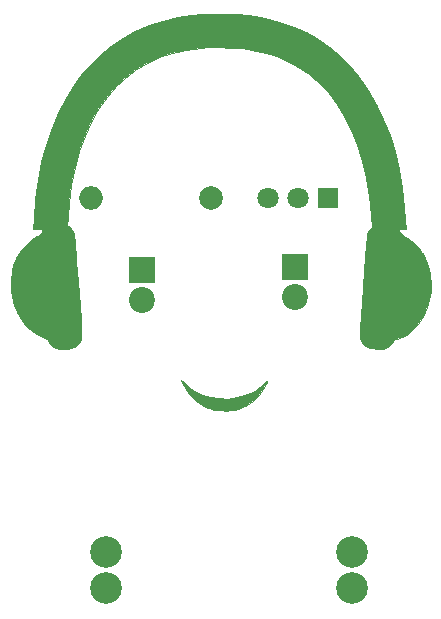
<source format=gbr>
G04 #@! TF.FileFunction,Soldermask,Top*
%FSLAX46Y46*%
G04 Gerber Fmt 4.6, Leading zero omitted, Abs format (unit mm)*
G04 Created by KiCad (PCBNEW 4.0.7) date 09/18/18 22:56:12*
%MOMM*%
%LPD*%
G01*
G04 APERTURE LIST*
%ADD10C,0.100000*%
%ADD11C,0.010000*%
%ADD12C,2.686000*%
%ADD13R,2.200000X2.200000*%
%ADD14C,2.200000*%
%ADD15C,2.000000*%
%ADD16O,2.000000X2.000000*%
%ADD17R,1.797000X1.797000*%
%ADD18C,1.797000*%
G04 APERTURE END LIST*
D10*
D11*
G36*
X68357450Y-81441261D02*
X68851418Y-81443723D01*
X69254414Y-81448876D01*
X69584451Y-81457578D01*
X69859541Y-81470688D01*
X70097698Y-81489063D01*
X70316934Y-81513563D01*
X70535261Y-81545046D01*
X70770691Y-81584369D01*
X70770750Y-81584380D01*
X71967787Y-81830514D01*
X73072516Y-82138699D01*
X74107585Y-82517000D01*
X75095640Y-82973480D01*
X75863384Y-83397961D01*
X76903789Y-84088566D01*
X77875314Y-84883370D01*
X78776158Y-85778731D01*
X79604521Y-86771010D01*
X80358603Y-87856564D01*
X81036603Y-89031754D01*
X81636721Y-90292939D01*
X82157157Y-91636477D01*
X82596111Y-93058730D01*
X82951782Y-94556055D01*
X83222370Y-96124811D01*
X83406074Y-97761360D01*
X83474638Y-98790125D01*
X83516665Y-99631500D01*
X82883433Y-99631500D01*
X83001782Y-99869625D01*
X83104920Y-100026033D01*
X83261179Y-100162086D01*
X83502719Y-100304960D01*
X83539795Y-100324284D01*
X83910959Y-100561458D01*
X84289646Y-100883054D01*
X84639718Y-101254233D01*
X84925032Y-101640160D01*
X84954444Y-101687871D01*
X85149678Y-102069569D01*
X85331973Y-102530570D01*
X85484888Y-103023225D01*
X85591985Y-103499885D01*
X85603306Y-103568500D01*
X85652980Y-104187508D01*
X85625631Y-104859046D01*
X85527082Y-105539387D01*
X85363155Y-106184802D01*
X85195395Y-106631923D01*
X84911476Y-107164105D01*
X84554636Y-107659589D01*
X84143732Y-108100439D01*
X83697625Y-108468719D01*
X83235171Y-108746490D01*
X82800865Y-108909439D01*
X82622187Y-108969693D01*
X82508300Y-109035882D01*
X82486500Y-109071045D01*
X82435790Y-109198933D01*
X82304525Y-109357576D01*
X82124002Y-109517575D01*
X81925515Y-109649530D01*
X81815710Y-109701167D01*
X81626727Y-109758584D01*
X81423813Y-109782713D01*
X81161450Y-109777294D01*
X81017928Y-109766720D01*
X80745951Y-109735727D01*
X80498179Y-109693101D01*
X80322099Y-109647257D01*
X80303641Y-109640139D01*
X80075336Y-109494633D01*
X79865146Y-109275801D01*
X79710333Y-109028220D01*
X79655438Y-108864768D01*
X79650607Y-108751437D01*
X79655100Y-108524682D01*
X79667998Y-108197664D01*
X79688383Y-107783545D01*
X79715336Y-107295488D01*
X79747939Y-106746654D01*
X79785273Y-106150205D01*
X79826420Y-105519303D01*
X79870461Y-104867109D01*
X79916478Y-104206786D01*
X79963552Y-103551496D01*
X80010765Y-102914400D01*
X80057199Y-102308661D01*
X80101934Y-101747439D01*
X80144053Y-101243898D01*
X80182636Y-100811199D01*
X80216767Y-100462504D01*
X80245525Y-100210975D01*
X80267993Y-100069773D01*
X80269652Y-100063012D01*
X80355568Y-99849834D01*
X80482060Y-99648429D01*
X80493179Y-99634845D01*
X80655518Y-99441916D01*
X80585090Y-98409583D01*
X80427874Y-96804885D01*
X80181036Y-95280115D01*
X79845342Y-93837448D01*
X79421555Y-92479063D01*
X78910437Y-91207135D01*
X78312754Y-90023840D01*
X77629267Y-88931356D01*
X76944152Y-88030863D01*
X76191254Y-87225966D01*
X75351082Y-86509275D01*
X74431368Y-85884713D01*
X73439841Y-85356206D01*
X72384231Y-84927676D01*
X71272268Y-84603048D01*
X70111681Y-84386245D01*
X69659500Y-84332947D01*
X69102350Y-84287092D01*
X68498833Y-84253760D01*
X67882000Y-84233594D01*
X67284906Y-84227239D01*
X66740605Y-84235338D01*
X66282148Y-84258534D01*
X66198004Y-84265553D01*
X64939588Y-84435256D01*
X63752406Y-84709084D01*
X62637141Y-85086727D01*
X61594479Y-85567873D01*
X60625105Y-86152210D01*
X59729705Y-86839426D01*
X58990904Y-87542217D01*
X58209274Y-88453241D01*
X57505695Y-89462169D01*
X56881356Y-90565808D01*
X56337444Y-91760964D01*
X55875146Y-93044444D01*
X55495649Y-94413054D01*
X55200142Y-95863600D01*
X54989812Y-97392888D01*
X54889796Y-98571920D01*
X54846126Y-99258591D01*
X55074212Y-99492670D01*
X55232219Y-99682125D01*
X55363324Y-99885471D01*
X55398882Y-99958606D01*
X55424362Y-100073991D01*
X55456642Y-100311773D01*
X55495369Y-100667549D01*
X55540188Y-101136919D01*
X55590745Y-101715480D01*
X55646686Y-102398831D01*
X55707657Y-103182569D01*
X55773304Y-104062294D01*
X55843272Y-105033603D01*
X55917207Y-106092095D01*
X55994755Y-107233368D01*
X56045101Y-107989785D01*
X56064090Y-108396240D01*
X56056452Y-108703763D01*
X56017355Y-108938536D01*
X55941967Y-109126742D01*
X55825456Y-109294566D01*
X55798484Y-109326066D01*
X55617705Y-109500869D01*
X55415941Y-109622000D01*
X55163050Y-109700710D01*
X54828892Y-109748248D01*
X54626335Y-109763573D01*
X54332017Y-109776316D01*
X54123854Y-109768456D01*
X53962048Y-109735660D01*
X53808878Y-109674575D01*
X53614011Y-109551332D01*
X53429863Y-109383293D01*
X53286995Y-109204145D01*
X53215964Y-109047577D01*
X53213000Y-109017682D01*
X53154735Y-108937696D01*
X52998860Y-108860184D01*
X52943125Y-108841899D01*
X52375733Y-108607369D01*
X51846745Y-108259737D01*
X51366098Y-107809670D01*
X50943729Y-107267834D01*
X50589575Y-106644897D01*
X50348703Y-106056995D01*
X50249247Y-105696036D01*
X50165391Y-105256743D01*
X50103392Y-104787438D01*
X50069508Y-104336443D01*
X50069993Y-103952079D01*
X50072075Y-103920505D01*
X50156445Y-103302195D01*
X50312044Y-102683922D01*
X50524100Y-102123102D01*
X50547198Y-102073738D01*
X50832345Y-101579974D01*
X51192458Y-101118856D01*
X51602548Y-100716197D01*
X52037629Y-100397811D01*
X52308416Y-100254303D01*
X52551565Y-100097054D01*
X52706581Y-99882399D01*
X52834581Y-99631500D01*
X51993489Y-99631500D01*
X52036663Y-98758375D01*
X52165350Y-97096339D01*
X52382958Y-95494092D01*
X52687555Y-93956420D01*
X53077206Y-92488105D01*
X53549979Y-91093933D01*
X54103940Y-89778687D01*
X54737155Y-88547152D01*
X55447693Y-87404112D01*
X56233618Y-86354352D01*
X57092998Y-85402655D01*
X57645424Y-84878603D01*
X58593728Y-84102996D01*
X59590759Y-83429873D01*
X60645998Y-82854829D01*
X61768929Y-82373459D01*
X62969035Y-81981360D01*
X64255799Y-81674126D01*
X64738250Y-81584113D01*
X64973833Y-81544848D01*
X65192449Y-81513414D01*
X65412115Y-81488953D01*
X65650850Y-81470609D01*
X65926672Y-81457523D01*
X66257598Y-81448840D01*
X66661648Y-81443702D01*
X67156839Y-81441251D01*
X67754500Y-81440631D01*
X68357450Y-81441261D01*
X68357450Y-81441261D01*
G37*
X68357450Y-81441261D02*
X68851418Y-81443723D01*
X69254414Y-81448876D01*
X69584451Y-81457578D01*
X69859541Y-81470688D01*
X70097698Y-81489063D01*
X70316934Y-81513563D01*
X70535261Y-81545046D01*
X70770691Y-81584369D01*
X70770750Y-81584380D01*
X71967787Y-81830514D01*
X73072516Y-82138699D01*
X74107585Y-82517000D01*
X75095640Y-82973480D01*
X75863384Y-83397961D01*
X76903789Y-84088566D01*
X77875314Y-84883370D01*
X78776158Y-85778731D01*
X79604521Y-86771010D01*
X80358603Y-87856564D01*
X81036603Y-89031754D01*
X81636721Y-90292939D01*
X82157157Y-91636477D01*
X82596111Y-93058730D01*
X82951782Y-94556055D01*
X83222370Y-96124811D01*
X83406074Y-97761360D01*
X83474638Y-98790125D01*
X83516665Y-99631500D01*
X82883433Y-99631500D01*
X83001782Y-99869625D01*
X83104920Y-100026033D01*
X83261179Y-100162086D01*
X83502719Y-100304960D01*
X83539795Y-100324284D01*
X83910959Y-100561458D01*
X84289646Y-100883054D01*
X84639718Y-101254233D01*
X84925032Y-101640160D01*
X84954444Y-101687871D01*
X85149678Y-102069569D01*
X85331973Y-102530570D01*
X85484888Y-103023225D01*
X85591985Y-103499885D01*
X85603306Y-103568500D01*
X85652980Y-104187508D01*
X85625631Y-104859046D01*
X85527082Y-105539387D01*
X85363155Y-106184802D01*
X85195395Y-106631923D01*
X84911476Y-107164105D01*
X84554636Y-107659589D01*
X84143732Y-108100439D01*
X83697625Y-108468719D01*
X83235171Y-108746490D01*
X82800865Y-108909439D01*
X82622187Y-108969693D01*
X82508300Y-109035882D01*
X82486500Y-109071045D01*
X82435790Y-109198933D01*
X82304525Y-109357576D01*
X82124002Y-109517575D01*
X81925515Y-109649530D01*
X81815710Y-109701167D01*
X81626727Y-109758584D01*
X81423813Y-109782713D01*
X81161450Y-109777294D01*
X81017928Y-109766720D01*
X80745951Y-109735727D01*
X80498179Y-109693101D01*
X80322099Y-109647257D01*
X80303641Y-109640139D01*
X80075336Y-109494633D01*
X79865146Y-109275801D01*
X79710333Y-109028220D01*
X79655438Y-108864768D01*
X79650607Y-108751437D01*
X79655100Y-108524682D01*
X79667998Y-108197664D01*
X79688383Y-107783545D01*
X79715336Y-107295488D01*
X79747939Y-106746654D01*
X79785273Y-106150205D01*
X79826420Y-105519303D01*
X79870461Y-104867109D01*
X79916478Y-104206786D01*
X79963552Y-103551496D01*
X80010765Y-102914400D01*
X80057199Y-102308661D01*
X80101934Y-101747439D01*
X80144053Y-101243898D01*
X80182636Y-100811199D01*
X80216767Y-100462504D01*
X80245525Y-100210975D01*
X80267993Y-100069773D01*
X80269652Y-100063012D01*
X80355568Y-99849834D01*
X80482060Y-99648429D01*
X80493179Y-99634845D01*
X80655518Y-99441916D01*
X80585090Y-98409583D01*
X80427874Y-96804885D01*
X80181036Y-95280115D01*
X79845342Y-93837448D01*
X79421555Y-92479063D01*
X78910437Y-91207135D01*
X78312754Y-90023840D01*
X77629267Y-88931356D01*
X76944152Y-88030863D01*
X76191254Y-87225966D01*
X75351082Y-86509275D01*
X74431368Y-85884713D01*
X73439841Y-85356206D01*
X72384231Y-84927676D01*
X71272268Y-84603048D01*
X70111681Y-84386245D01*
X69659500Y-84332947D01*
X69102350Y-84287092D01*
X68498833Y-84253760D01*
X67882000Y-84233594D01*
X67284906Y-84227239D01*
X66740605Y-84235338D01*
X66282148Y-84258534D01*
X66198004Y-84265553D01*
X64939588Y-84435256D01*
X63752406Y-84709084D01*
X62637141Y-85086727D01*
X61594479Y-85567873D01*
X60625105Y-86152210D01*
X59729705Y-86839426D01*
X58990904Y-87542217D01*
X58209274Y-88453241D01*
X57505695Y-89462169D01*
X56881356Y-90565808D01*
X56337444Y-91760964D01*
X55875146Y-93044444D01*
X55495649Y-94413054D01*
X55200142Y-95863600D01*
X54989812Y-97392888D01*
X54889796Y-98571920D01*
X54846126Y-99258591D01*
X55074212Y-99492670D01*
X55232219Y-99682125D01*
X55363324Y-99885471D01*
X55398882Y-99958606D01*
X55424362Y-100073991D01*
X55456642Y-100311773D01*
X55495369Y-100667549D01*
X55540188Y-101136919D01*
X55590745Y-101715480D01*
X55646686Y-102398831D01*
X55707657Y-103182569D01*
X55773304Y-104062294D01*
X55843272Y-105033603D01*
X55917207Y-106092095D01*
X55994755Y-107233368D01*
X56045101Y-107989785D01*
X56064090Y-108396240D01*
X56056452Y-108703763D01*
X56017355Y-108938536D01*
X55941967Y-109126742D01*
X55825456Y-109294566D01*
X55798484Y-109326066D01*
X55617705Y-109500869D01*
X55415941Y-109622000D01*
X55163050Y-109700710D01*
X54828892Y-109748248D01*
X54626335Y-109763573D01*
X54332017Y-109776316D01*
X54123854Y-109768456D01*
X53962048Y-109735660D01*
X53808878Y-109674575D01*
X53614011Y-109551332D01*
X53429863Y-109383293D01*
X53286995Y-109204145D01*
X53215964Y-109047577D01*
X53213000Y-109017682D01*
X53154735Y-108937696D01*
X52998860Y-108860184D01*
X52943125Y-108841899D01*
X52375733Y-108607369D01*
X51846745Y-108259737D01*
X51366098Y-107809670D01*
X50943729Y-107267834D01*
X50589575Y-106644897D01*
X50348703Y-106056995D01*
X50249247Y-105696036D01*
X50165391Y-105256743D01*
X50103392Y-104787438D01*
X50069508Y-104336443D01*
X50069993Y-103952079D01*
X50072075Y-103920505D01*
X50156445Y-103302195D01*
X50312044Y-102683922D01*
X50524100Y-102123102D01*
X50547198Y-102073738D01*
X50832345Y-101579974D01*
X51192458Y-101118856D01*
X51602548Y-100716197D01*
X52037629Y-100397811D01*
X52308416Y-100254303D01*
X52551565Y-100097054D01*
X52706581Y-99882399D01*
X52834581Y-99631500D01*
X51993489Y-99631500D01*
X52036663Y-98758375D01*
X52165350Y-97096339D01*
X52382958Y-95494092D01*
X52687555Y-93956420D01*
X53077206Y-92488105D01*
X53549979Y-91093933D01*
X54103940Y-89778687D01*
X54737155Y-88547152D01*
X55447693Y-87404112D01*
X56233618Y-86354352D01*
X57092998Y-85402655D01*
X57645424Y-84878603D01*
X58593728Y-84102996D01*
X59590759Y-83429873D01*
X60645998Y-82854829D01*
X61768929Y-82373459D01*
X62969035Y-81981360D01*
X64255799Y-81674126D01*
X64738250Y-81584113D01*
X64973833Y-81544848D01*
X65192449Y-81513414D01*
X65412115Y-81488953D01*
X65650850Y-81470609D01*
X65926672Y-81457523D01*
X66257598Y-81448840D01*
X66661648Y-81443702D01*
X67156839Y-81441251D01*
X67754500Y-81440631D01*
X68357450Y-81441261D01*
G36*
X64908280Y-112753081D02*
X65272828Y-113080583D01*
X65619882Y-113328161D01*
X65995680Y-113525743D01*
X66286164Y-113644901D01*
X67005234Y-113855970D01*
X67754073Y-113964461D01*
X68510646Y-113971907D01*
X69252917Y-113879841D01*
X69958849Y-113689797D01*
X70606409Y-113403307D01*
X70724366Y-113336119D01*
X70952614Y-113181057D01*
X71210968Y-112976128D01*
X71443995Y-112765339D01*
X71446708Y-112762660D01*
X71624120Y-112591931D01*
X71726321Y-112507507D01*
X71764278Y-112502405D01*
X71748957Y-112569641D01*
X71748680Y-112570370D01*
X71459381Y-113161271D01*
X71068705Y-113697026D01*
X70594563Y-114157891D01*
X70054868Y-114524119D01*
X69906542Y-114601146D01*
X69623569Y-114728407D01*
X69337024Y-114839544D01*
X69096682Y-114915739D01*
X69037249Y-114929753D01*
X68715266Y-114972844D01*
X68325616Y-114991266D01*
X67914942Y-114985818D01*
X67529886Y-114957298D01*
X67217091Y-114906505D01*
X67183000Y-114898000D01*
X66567394Y-114671956D01*
X65994288Y-114335320D01*
X65617679Y-114027593D01*
X65253854Y-113657714D01*
X64975616Y-113300261D01*
X64753196Y-112914540D01*
X64665862Y-112726569D01*
X64506811Y-112363250D01*
X64908280Y-112753081D01*
X64908280Y-112753081D01*
G37*
X64908280Y-112753081D02*
X65272828Y-113080583D01*
X65619882Y-113328161D01*
X65995680Y-113525743D01*
X66286164Y-113644901D01*
X67005234Y-113855970D01*
X67754073Y-113964461D01*
X68510646Y-113971907D01*
X69252917Y-113879841D01*
X69958849Y-113689797D01*
X70606409Y-113403307D01*
X70724366Y-113336119D01*
X70952614Y-113181057D01*
X71210968Y-112976128D01*
X71443995Y-112765339D01*
X71446708Y-112762660D01*
X71624120Y-112591931D01*
X71726321Y-112507507D01*
X71764278Y-112502405D01*
X71748957Y-112569641D01*
X71748680Y-112570370D01*
X71459381Y-113161271D01*
X71068705Y-113697026D01*
X70594563Y-114157891D01*
X70054868Y-114524119D01*
X69906542Y-114601146D01*
X69623569Y-114728407D01*
X69337024Y-114839544D01*
X69096682Y-114915739D01*
X69037249Y-114929753D01*
X68715266Y-114972844D01*
X68325616Y-114991266D01*
X67914942Y-114985818D01*
X67529886Y-114957298D01*
X67217091Y-114906505D01*
X67183000Y-114898000D01*
X66567394Y-114671956D01*
X65994288Y-114335320D01*
X65617679Y-114027593D01*
X65253854Y-113657714D01*
X64975616Y-113300261D01*
X64753196Y-112914540D01*
X64665862Y-112726569D01*
X64506811Y-112363250D01*
X64908280Y-112753081D01*
D12*
X78994000Y-130048000D03*
X58166000Y-130048000D03*
X78994000Y-127000000D03*
X58166000Y-127000000D03*
D13*
X61214000Y-103124000D03*
D14*
X61214000Y-105664000D03*
D13*
X74168000Y-102870000D03*
D14*
X74168000Y-105410000D03*
D15*
X67056000Y-97028000D03*
D16*
X56896000Y-97028000D03*
D17*
X76962000Y-97028000D03*
D18*
X74422000Y-97028000D03*
X71882000Y-97028000D03*
M02*

</source>
